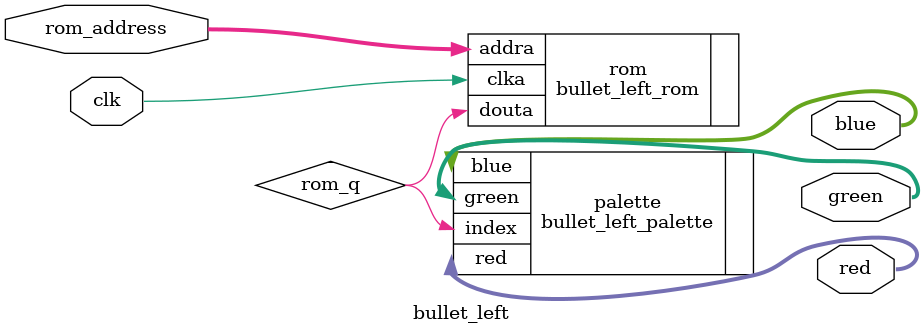
<source format=sv>
module bullet_left (
    input  logic        clk,
    input  logic [5:0]  rom_address,
    output logic [3:0]  red, green, blue
);

    logic [0:0] rom_q;

    bullet_left_rom rom (
        .clka(clk),
        .addra(rom_address),
        .douta(rom_q)
    );

    bullet_left_palette palette (
        .index(rom_q),
        .red(red),
        .green(green),
        .blue(blue)
    );

endmodule

</source>
